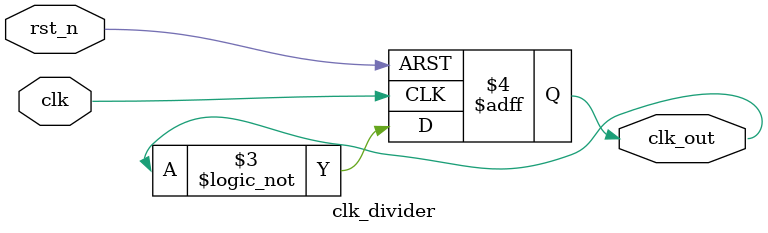
<source format=v>
`timescale 1ns/1ps
module clk_divider(
	clk,
	rst_n,
	clk_out);
input clk;
input rst_n;
output reg clk_out;

always@(posedge clk or negedge rst_n)begin
	if(!rst_n)
		clk_out<=1'b0;
	else 
		clk_out<=!clk_out;
end
endmodule

</source>
